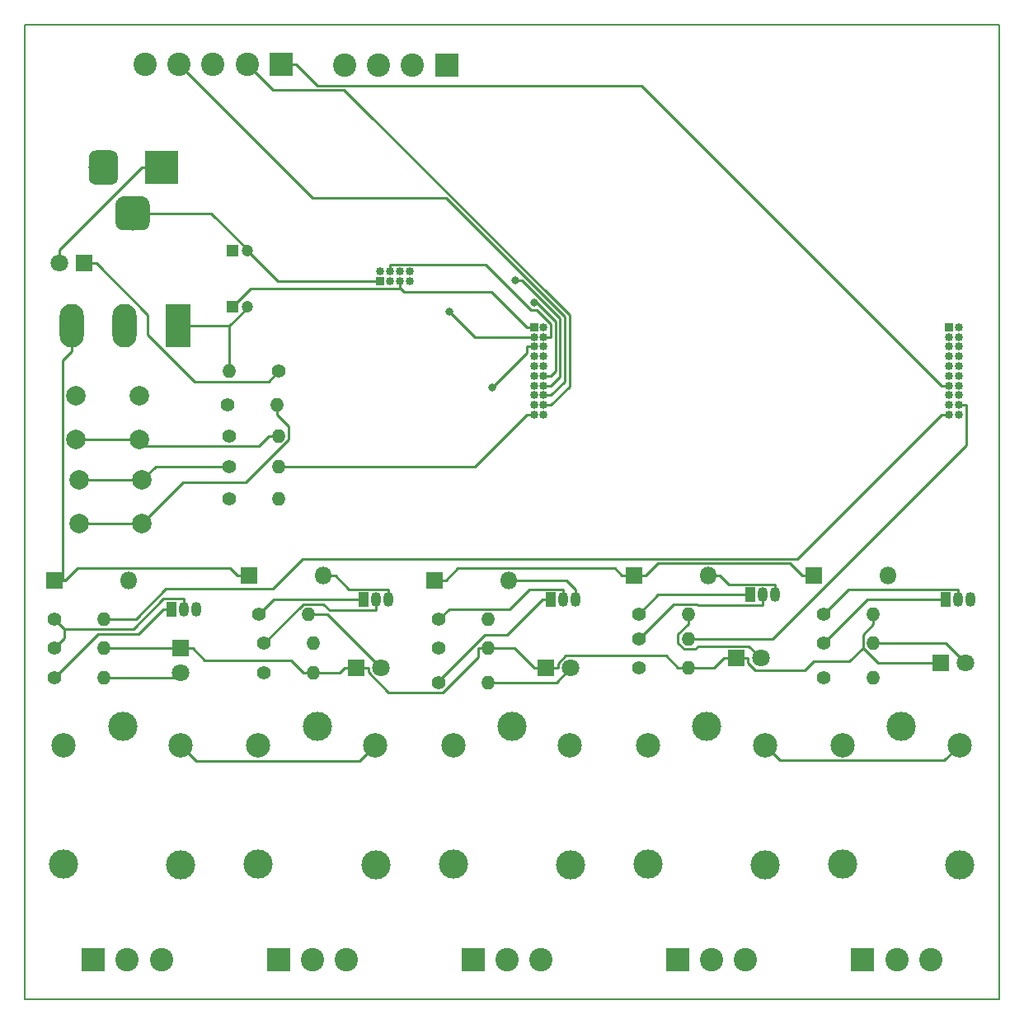
<source format=gbr>
G04 #@! TF.GenerationSoftware,KiCad,Pcbnew,5.0.2-bee76a0~70~ubuntu18.04.1*
G04 #@! TF.CreationDate,2019-05-18T20:43:57+03:00*
G04 #@! TF.ProjectId,IOT_Board,494f545f-426f-4617-9264-2e6b69636164,rev?*
G04 #@! TF.SameCoordinates,Original*
G04 #@! TF.FileFunction,Copper,L2,Bot*
G04 #@! TF.FilePolarity,Positive*
%FSLAX46Y46*%
G04 Gerber Fmt 4.6, Leading zero omitted, Abs format (unit mm)*
G04 Created by KiCad (PCBNEW 5.0.2-bee76a0~70~ubuntu18.04.1) date Sat 18 May 2019 08:43:57 PM EAT*
%MOMM*%
%LPD*%
G01*
G04 APERTURE LIST*
G04 #@! TA.AperFunction,NonConductor*
%ADD10C,0.150000*%
G04 #@! TD*
G04 #@! TA.AperFunction,ComponentPad*
%ADD11R,1.200000X1.200000*%
G04 #@! TD*
G04 #@! TA.AperFunction,ComponentPad*
%ADD12C,1.200000*%
G04 #@! TD*
G04 #@! TA.AperFunction,ComponentPad*
%ADD13R,1.800000X1.800000*%
G04 #@! TD*
G04 #@! TA.AperFunction,ComponentPad*
%ADD14O,1.800000X1.800000*%
G04 #@! TD*
G04 #@! TA.AperFunction,ComponentPad*
%ADD15C,1.800000*%
G04 #@! TD*
G04 #@! TA.AperFunction,ComponentPad*
%ADD16R,3.500000X3.500000*%
G04 #@! TD*
G04 #@! TA.AperFunction,Conductor*
%ADD17C,0.100000*%
G04 #@! TD*
G04 #@! TA.AperFunction,ComponentPad*
%ADD18C,3.000000*%
G04 #@! TD*
G04 #@! TA.AperFunction,ComponentPad*
%ADD19C,3.500000*%
G04 #@! TD*
G04 #@! TA.AperFunction,ComponentPad*
%ADD20C,2.400000*%
G04 #@! TD*
G04 #@! TA.AperFunction,ComponentPad*
%ADD21R,2.400000X2.400000*%
G04 #@! TD*
G04 #@! TA.AperFunction,ComponentPad*
%ADD22R,0.850000X0.850000*%
G04 #@! TD*
G04 #@! TA.AperFunction,ComponentPad*
%ADD23O,0.850000X0.850000*%
G04 #@! TD*
G04 #@! TA.AperFunction,ComponentPad*
%ADD24O,1.050000X1.500000*%
G04 #@! TD*
G04 #@! TA.AperFunction,ComponentPad*
%ADD25R,1.050000X1.500000*%
G04 #@! TD*
G04 #@! TA.AperFunction,ComponentPad*
%ADD26O,1.400000X1.400000*%
G04 #@! TD*
G04 #@! TA.AperFunction,ComponentPad*
%ADD27C,1.400000*%
G04 #@! TD*
G04 #@! TA.AperFunction,ComponentPad*
%ADD28R,2.500000X4.500000*%
G04 #@! TD*
G04 #@! TA.AperFunction,ComponentPad*
%ADD29O,2.500000X4.500000*%
G04 #@! TD*
G04 #@! TA.AperFunction,ComponentPad*
%ADD30C,2.500000*%
G04 #@! TD*
G04 #@! TA.AperFunction,ComponentPad*
%ADD31C,2.000000*%
G04 #@! TD*
G04 #@! TA.AperFunction,ViaPad*
%ADD32C,0.800000*%
G04 #@! TD*
G04 #@! TA.AperFunction,Conductor*
%ADD33C,0.250000*%
G04 #@! TD*
G04 APERTURE END LIST*
D10*
X70000000Y-50000000D02*
X70000000Y-150000000D01*
X170000000Y-50000000D02*
X70000000Y-50000000D01*
X170000000Y-150000000D02*
X170000000Y-50000000D01*
X70000000Y-150000000D02*
X170000000Y-150000000D01*
D11*
G04 #@! TO.P,Cin1,1*
G04 #@! TO.N,/vcc5v*
X91290000Y-73170000D03*
D12*
G04 #@! TO.P,Cin1,2*
G04 #@! TO.N,GND*
X92790000Y-73170000D03*
G04 #@! TD*
G04 #@! TO.P,Cout1,2*
G04 #@! TO.N,GND*
X92790000Y-78930000D03*
D11*
G04 #@! TO.P,Cout1,1*
G04 #@! TO.N,/vcc3v3*
X91290000Y-78930000D03*
G04 #@! TD*
D13*
G04 #@! TO.P,D1,1*
G04 #@! TO.N,/vcc5v*
X73000000Y-107000000D03*
D14*
G04 #@! TO.P,D1,2*
G04 #@! TO.N,Net-(D1-Pad2)*
X80620000Y-107000000D03*
G04 #@! TD*
D13*
G04 #@! TO.P,D2,1*
G04 #@! TO.N,GND*
X86000000Y-114000000D03*
D15*
G04 #@! TO.P,D2,2*
G04 #@! TO.N,Net-(D2-Pad2)*
X86000000Y-116540000D03*
G04 #@! TD*
D13*
G04 #@! TO.P,D3,1*
G04 #@! TO.N,/vcc5v*
X93000000Y-106500000D03*
D14*
G04 #@! TO.P,D3,2*
G04 #@! TO.N,Net-(D3-Pad2)*
X100620000Y-106500000D03*
G04 #@! TD*
D15*
G04 #@! TO.P,D4,2*
G04 #@! TO.N,Net-(D4-Pad2)*
X106540000Y-116000000D03*
D13*
G04 #@! TO.P,D4,1*
G04 #@! TO.N,GND*
X104000000Y-116000000D03*
G04 #@! TD*
D15*
G04 #@! TO.P,D5,2*
G04 #@! TO.N,/vcc5v*
X73520000Y-74470000D03*
D13*
G04 #@! TO.P,D5,1*
G04 #@! TO.N,Net-(D5-Pad1)*
X76060000Y-74470000D03*
G04 #@! TD*
D14*
G04 #@! TO.P,D6,2*
G04 #@! TO.N,Net-(D6-Pad2)*
X119620000Y-107000000D03*
D13*
G04 #@! TO.P,D6,1*
G04 #@! TO.N,/vcc5v*
X112000000Y-107000000D03*
G04 #@! TD*
G04 #@! TO.P,D7,1*
G04 #@! TO.N,GND*
X123500000Y-116000000D03*
D15*
G04 #@! TO.P,D7,2*
G04 #@! TO.N,Net-(D7-Pad2)*
X126040000Y-116000000D03*
G04 #@! TD*
D14*
G04 #@! TO.P,D8,2*
G04 #@! TO.N,Net-(D8-Pad2)*
X140120000Y-106500000D03*
D13*
G04 #@! TO.P,D8,1*
G04 #@! TO.N,/vcc5v*
X132500000Y-106500000D03*
G04 #@! TD*
G04 #@! TO.P,D9,1*
G04 #@! TO.N,GND*
X143000000Y-115000000D03*
D15*
G04 #@! TO.P,D9,2*
G04 #@! TO.N,Net-(D9-Pad2)*
X145540000Y-115000000D03*
G04 #@! TD*
D13*
G04 #@! TO.P,D10,1*
G04 #@! TO.N,/vcc5v*
X151000000Y-106500000D03*
D14*
G04 #@! TO.P,D10,2*
G04 #@! TO.N,Net-(D10-Pad2)*
X158620000Y-106500000D03*
G04 #@! TD*
D15*
G04 #@! TO.P,D11,2*
G04 #@! TO.N,Net-(D11-Pad2)*
X166540000Y-115500000D03*
D13*
G04 #@! TO.P,D11,1*
G04 #@! TO.N,GND*
X164000000Y-115500000D03*
G04 #@! TD*
D16*
G04 #@! TO.P,DCjack1,1*
G04 #@! TO.N,/vcc5v*
X84040000Y-64620000D03*
D17*
G04 #@! TD*
G04 #@! TO.N,GND*
G04 #@! TO.C,DCjack1*
G36*
X78863513Y-62873611D02*
X78936318Y-62884411D01*
X79007714Y-62902295D01*
X79077013Y-62927090D01*
X79143548Y-62958559D01*
X79206678Y-62996398D01*
X79265795Y-63040242D01*
X79320330Y-63089670D01*
X79369758Y-63144205D01*
X79413602Y-63203322D01*
X79451441Y-63266452D01*
X79482910Y-63332987D01*
X79507705Y-63402286D01*
X79525589Y-63473682D01*
X79536389Y-63546487D01*
X79540000Y-63620000D01*
X79540000Y-65620000D01*
X79536389Y-65693513D01*
X79525589Y-65766318D01*
X79507705Y-65837714D01*
X79482910Y-65907013D01*
X79451441Y-65973548D01*
X79413602Y-66036678D01*
X79369758Y-66095795D01*
X79320330Y-66150330D01*
X79265795Y-66199758D01*
X79206678Y-66243602D01*
X79143548Y-66281441D01*
X79077013Y-66312910D01*
X79007714Y-66337705D01*
X78936318Y-66355589D01*
X78863513Y-66366389D01*
X78790000Y-66370000D01*
X77290000Y-66370000D01*
X77216487Y-66366389D01*
X77143682Y-66355589D01*
X77072286Y-66337705D01*
X77002987Y-66312910D01*
X76936452Y-66281441D01*
X76873322Y-66243602D01*
X76814205Y-66199758D01*
X76759670Y-66150330D01*
X76710242Y-66095795D01*
X76666398Y-66036678D01*
X76628559Y-65973548D01*
X76597090Y-65907013D01*
X76572295Y-65837714D01*
X76554411Y-65766318D01*
X76543611Y-65693513D01*
X76540000Y-65620000D01*
X76540000Y-63620000D01*
X76543611Y-63546487D01*
X76554411Y-63473682D01*
X76572295Y-63402286D01*
X76597090Y-63332987D01*
X76628559Y-63266452D01*
X76666398Y-63203322D01*
X76710242Y-63144205D01*
X76759670Y-63089670D01*
X76814205Y-63040242D01*
X76873322Y-62996398D01*
X76936452Y-62958559D01*
X77002987Y-62927090D01*
X77072286Y-62902295D01*
X77143682Y-62884411D01*
X77216487Y-62873611D01*
X77290000Y-62870000D01*
X78790000Y-62870000D01*
X78863513Y-62873611D01*
X78863513Y-62873611D01*
G37*
D18*
G04 #@! TO.P,DCjack1,2*
G04 #@! TO.N,GND*
X78040000Y-64620000D03*
D17*
G04 #@! TD*
G04 #@! TO.N,GND*
G04 #@! TO.C,DCjack1*
G36*
X82000765Y-67574213D02*
X82085704Y-67586813D01*
X82168999Y-67607677D01*
X82249848Y-67636605D01*
X82327472Y-67673319D01*
X82401124Y-67717464D01*
X82470094Y-67768616D01*
X82533718Y-67826282D01*
X82591384Y-67889906D01*
X82642536Y-67958876D01*
X82686681Y-68032528D01*
X82723395Y-68110152D01*
X82752323Y-68191001D01*
X82773187Y-68274296D01*
X82785787Y-68359235D01*
X82790000Y-68445000D01*
X82790000Y-70195000D01*
X82785787Y-70280765D01*
X82773187Y-70365704D01*
X82752323Y-70448999D01*
X82723395Y-70529848D01*
X82686681Y-70607472D01*
X82642536Y-70681124D01*
X82591384Y-70750094D01*
X82533718Y-70813718D01*
X82470094Y-70871384D01*
X82401124Y-70922536D01*
X82327472Y-70966681D01*
X82249848Y-71003395D01*
X82168999Y-71032323D01*
X82085704Y-71053187D01*
X82000765Y-71065787D01*
X81915000Y-71070000D01*
X80165000Y-71070000D01*
X80079235Y-71065787D01*
X79994296Y-71053187D01*
X79911001Y-71032323D01*
X79830152Y-71003395D01*
X79752528Y-70966681D01*
X79678876Y-70922536D01*
X79609906Y-70871384D01*
X79546282Y-70813718D01*
X79488616Y-70750094D01*
X79437464Y-70681124D01*
X79393319Y-70607472D01*
X79356605Y-70529848D01*
X79327677Y-70448999D01*
X79306813Y-70365704D01*
X79294213Y-70280765D01*
X79290000Y-70195000D01*
X79290000Y-68445000D01*
X79294213Y-68359235D01*
X79306813Y-68274296D01*
X79327677Y-68191001D01*
X79356605Y-68110152D01*
X79393319Y-68032528D01*
X79437464Y-67958876D01*
X79488616Y-67889906D01*
X79546282Y-67826282D01*
X79609906Y-67768616D01*
X79678876Y-67717464D01*
X79752528Y-67673319D01*
X79830152Y-67636605D01*
X79911001Y-67607677D01*
X79994296Y-67586813D01*
X80079235Y-67574213D01*
X80165000Y-67570000D01*
X81915000Y-67570000D01*
X82000765Y-67574213D01*
X82000765Y-67574213D01*
G37*
D19*
G04 #@! TO.P,DCjack1,3*
G04 #@! TO.N,GND*
X81040000Y-69320000D03*
G04 #@! TD*
D20*
G04 #@! TO.P,J1,3*
G04 #@! TO.N,Net-(J1-Pad3)*
X84000000Y-146000000D03*
G04 #@! TO.P,J1,2*
G04 #@! TO.N,Net-(J1-Pad2)*
X80500000Y-146000000D03*
D21*
G04 #@! TO.P,J1,1*
G04 #@! TO.N,Net-(J1-Pad1)*
X77000000Y-146000000D03*
G04 #@! TD*
G04 #@! TO.P,J2,1*
G04 #@! TO.N,Net-(J2-Pad1)*
X96000000Y-146000000D03*
D20*
G04 #@! TO.P,J2,2*
G04 #@! TO.N,Net-(J2-Pad2)*
X99500000Y-146000000D03*
G04 #@! TO.P,J2,3*
G04 #@! TO.N,Net-(J2-Pad3)*
X103000000Y-146000000D03*
G04 #@! TD*
D22*
G04 #@! TO.P,J3,1*
G04 #@! TO.N,/vcc3v3*
X122254000Y-81020700D03*
D23*
G04 #@! TO.P,J3,2*
G04 #@! TO.N,/s2*
X123254000Y-81020700D03*
G04 #@! TO.P,J3,3*
G04 #@! TO.N,/tx*
X122254000Y-82020700D03*
G04 #@! TO.P,J3,4*
G04 #@! TO.N,/rx*
X123254000Y-82020700D03*
G04 #@! TO.P,J3,5*
G04 #@! TO.N,/s3*
X122254000Y-83020700D03*
G04 #@! TO.P,J3,6*
G04 #@! TO.N,/s4*
X123254000Y-83020700D03*
G04 #@! TO.P,J3,7*
G04 #@! TO.N,/an10*
X122254000Y-84020700D03*
G04 #@! TO.P,J3,8*
G04 #@! TO.N,Net-(J3-Pad8)*
X123254000Y-84020700D03*
G04 #@! TO.P,J3,9*
G04 #@! TO.N,Net-(J3-Pad9)*
X122254000Y-85020700D03*
G04 #@! TO.P,J3,10*
G04 #@! TO.N,Net-(J3-Pad10)*
X123254000Y-85020700D03*
G04 #@! TO.P,J3,11*
G04 #@! TO.N,Net-(J3-Pad11)*
X122254000Y-86020700D03*
G04 #@! TO.P,J3,12*
G04 #@! TO.N,/an0*
X123254000Y-86020700D03*
G04 #@! TO.P,J3,13*
G04 #@! TO.N,/an1*
X122254000Y-87020700D03*
G04 #@! TO.P,J3,14*
G04 #@! TO.N,/an2*
X123254000Y-87020700D03*
G04 #@! TO.P,J3,15*
G04 #@! TO.N,/ch4*
X122254000Y-88020700D03*
G04 #@! TO.P,J3,16*
G04 #@! TO.N,/ch3*
X123254000Y-88020700D03*
G04 #@! TO.P,J3,17*
G04 #@! TO.N,/ch2*
X122254000Y-89020700D03*
G04 #@! TO.P,J3,18*
G04 #@! TO.N,/ch1*
X123254000Y-89020700D03*
G04 #@! TO.P,J3,19*
G04 #@! TO.N,GND*
X122254000Y-90020700D03*
G04 #@! TO.P,J3,20*
G04 #@! TO.N,/vcc5v*
X123254000Y-90020700D03*
G04 #@! TD*
G04 #@! TO.P,J4,20*
G04 #@! TO.N,GND*
X165864000Y-90020700D03*
G04 #@! TO.P,J4,19*
G04 #@! TO.N,/s0*
X164864000Y-90020700D03*
G04 #@! TO.P,J4,18*
G04 #@! TO.N,/s1*
X165864000Y-89020700D03*
G04 #@! TO.P,J4,17*
G04 #@! TO.N,Net-(J4-Pad17)*
X164864000Y-89020700D03*
G04 #@! TO.P,J4,16*
G04 #@! TO.N,Net-(J4-Pad16)*
X165864000Y-88020700D03*
G04 #@! TO.P,J4,15*
G04 #@! TO.N,Net-(J4-Pad15)*
X164864000Y-88020700D03*
G04 #@! TO.P,J4,14*
G04 #@! TO.N,Net-(J4-Pad14)*
X165864000Y-87020700D03*
G04 #@! TO.P,J4,13*
G04 #@! TO.N,/ch0*
X164864000Y-87020700D03*
G04 #@! TO.P,J4,12*
G04 #@! TO.N,Net-(J4-Pad12)*
X165864000Y-86020700D03*
G04 #@! TO.P,J4,11*
G04 #@! TO.N,Net-(J4-Pad11)*
X164864000Y-86020700D03*
G04 #@! TO.P,J4,10*
G04 #@! TO.N,Net-(J4-Pad10)*
X165864000Y-85020700D03*
G04 #@! TO.P,J4,9*
G04 #@! TO.N,Net-(J4-Pad9)*
X164864000Y-85020700D03*
G04 #@! TO.P,J4,8*
G04 #@! TO.N,/s0*
X165864000Y-84020700D03*
G04 #@! TO.P,J4,7*
G04 #@! TO.N,Net-(J4-Pad7)*
X164864000Y-84020700D03*
G04 #@! TO.P,J4,6*
G04 #@! TO.N,Net-(J4-Pad6)*
X165864000Y-83020700D03*
G04 #@! TO.P,J4,5*
G04 #@! TO.N,Net-(J4-Pad5)*
X164864000Y-83020700D03*
G04 #@! TO.P,J4,4*
G04 #@! TO.N,Net-(J4-Pad4)*
X165864000Y-82020700D03*
G04 #@! TO.P,J4,3*
G04 #@! TO.N,Net-(J4-Pad3)*
X164864000Y-82020700D03*
G04 #@! TO.P,J4,2*
G04 #@! TO.N,Net-(J4-Pad2)*
X165864000Y-81020700D03*
D22*
G04 #@! TO.P,J4,1*
G04 #@! TO.N,Net-(J4-Pad1)*
X164864000Y-81020700D03*
G04 #@! TD*
D20*
G04 #@! TO.P,J5,3*
G04 #@! TO.N,Net-(J5-Pad3)*
X123000000Y-146000000D03*
G04 #@! TO.P,J5,2*
G04 #@! TO.N,Net-(J5-Pad2)*
X119500000Y-146000000D03*
D21*
G04 #@! TO.P,J5,1*
G04 #@! TO.N,Net-(J5-Pad1)*
X116000000Y-146000000D03*
G04 #@! TD*
G04 #@! TO.P,J6,1*
G04 #@! TO.N,Net-(J6-Pad1)*
X137000000Y-146000000D03*
D20*
G04 #@! TO.P,J6,2*
G04 #@! TO.N,Net-(J6-Pad2)*
X140500000Y-146000000D03*
G04 #@! TO.P,J6,3*
G04 #@! TO.N,Net-(J6-Pad3)*
X144000000Y-146000000D03*
G04 #@! TD*
D21*
G04 #@! TO.P,J7,1*
G04 #@! TO.N,/ch0*
X96300000Y-54040000D03*
D20*
G04 #@! TO.P,J7,2*
G04 #@! TO.N,/ch1*
X92800000Y-54040000D03*
G04 #@! TO.P,J7,3*
G04 #@! TO.N,/ch2*
X89300000Y-54040000D03*
G04 #@! TO.P,J7,4*
G04 #@! TO.N,/ch3*
X85800000Y-54040000D03*
G04 #@! TO.P,J7,5*
G04 #@! TO.N,/ch4*
X82300000Y-54040000D03*
G04 #@! TD*
D21*
G04 #@! TO.P,J8,1*
G04 #@! TO.N,Net-(J8-Pad1)*
X156000000Y-146000000D03*
D20*
G04 #@! TO.P,J8,2*
G04 #@! TO.N,Net-(J8-Pad2)*
X159500000Y-146000000D03*
G04 #@! TO.P,J8,3*
G04 #@! TO.N,Net-(J8-Pad3)*
X163000000Y-146000000D03*
G04 #@! TD*
D21*
G04 #@! TO.P,J9,1*
G04 #@! TO.N,/an0*
X113280000Y-54140000D03*
D20*
G04 #@! TO.P,J9,2*
G04 #@! TO.N,/an1*
X109780000Y-54140000D03*
G04 #@! TO.P,J9,3*
G04 #@! TO.N,/an2*
X106280000Y-54140000D03*
G04 #@! TO.P,J9,4*
G04 #@! TO.N,/an10*
X102780000Y-54140000D03*
G04 #@! TD*
D22*
G04 #@! TO.P,J10,1*
G04 #@! TO.N,GND*
X106490000Y-76320000D03*
D23*
G04 #@! TO.P,J10,2*
G04 #@! TO.N,Net-(J10-Pad2)*
X106490000Y-75320000D03*
G04 #@! TO.P,J10,3*
G04 #@! TO.N,/io0*
X107490000Y-76320000D03*
G04 #@! TO.P,J10,4*
G04 #@! TO.N,/rx*
X107490000Y-75320000D03*
G04 #@! TO.P,J10,5*
G04 #@! TO.N,/vcc3v3*
X108490000Y-76320000D03*
G04 #@! TO.P,J10,6*
G04 #@! TO.N,/rs*
X108490000Y-75320000D03*
G04 #@! TO.P,J10,7*
G04 #@! TO.N,/en*
X109490000Y-76320000D03*
G04 #@! TO.P,J10,8*
G04 #@! TO.N,/tx*
X109490000Y-75320000D03*
G04 #@! TD*
D24*
G04 #@! TO.P,Q1,2*
G04 #@! TO.N,Net-(Q1-Pad2)*
X86270000Y-110000000D03*
G04 #@! TO.P,Q1,3*
G04 #@! TO.N,Net-(D1-Pad2)*
X87540000Y-110000000D03*
D25*
G04 #@! TO.P,Q1,1*
G04 #@! TO.N,Net-(Q1-Pad1)*
X85000000Y-110000000D03*
G04 #@! TD*
D24*
G04 #@! TO.P,Q2,2*
G04 #@! TO.N,Net-(Q2-Pad2)*
X106000000Y-109000000D03*
G04 #@! TO.P,Q2,3*
G04 #@! TO.N,Net-(D3-Pad2)*
X107270000Y-109000000D03*
D25*
G04 #@! TO.P,Q2,1*
G04 #@! TO.N,Net-(Q2-Pad1)*
X104730000Y-109000000D03*
G04 #@! TD*
G04 #@! TO.P,Q3,1*
G04 #@! TO.N,Net-(Q3-Pad1)*
X124000000Y-109000000D03*
D24*
G04 #@! TO.P,Q3,3*
G04 #@! TO.N,Net-(D6-Pad2)*
X126540000Y-109000000D03*
G04 #@! TO.P,Q3,2*
G04 #@! TO.N,Net-(Q3-Pad2)*
X125270000Y-109000000D03*
G04 #@! TD*
D25*
G04 #@! TO.P,Q4,1*
G04 #@! TO.N,Net-(Q4-Pad1)*
X144500000Y-108500000D03*
D24*
G04 #@! TO.P,Q4,3*
G04 #@! TO.N,Net-(D8-Pad2)*
X147040000Y-108500000D03*
G04 #@! TO.P,Q4,2*
G04 #@! TO.N,Net-(Q4-Pad2)*
X145770000Y-108500000D03*
G04 #@! TD*
G04 #@! TO.P,Q5,2*
G04 #@! TO.N,Net-(Q5-Pad2)*
X165770000Y-109000000D03*
G04 #@! TO.P,Q5,3*
G04 #@! TO.N,Net-(D10-Pad2)*
X167040000Y-109000000D03*
D25*
G04 #@! TO.P,Q5,1*
G04 #@! TO.N,Net-(Q5-Pad1)*
X164500000Y-109000000D03*
G04 #@! TD*
D26*
G04 #@! TO.P,R1,2*
G04 #@! TO.N,/s0*
X78080000Y-111000000D03*
D27*
G04 #@! TO.P,R1,1*
G04 #@! TO.N,Net-(Q1-Pad2)*
X73000000Y-111000000D03*
G04 #@! TD*
G04 #@! TO.P,R2,1*
G04 #@! TO.N,Net-(Q1-Pad2)*
X73000000Y-114000000D03*
D26*
G04 #@! TO.P,R2,2*
G04 #@! TO.N,GND*
X78080000Y-114000000D03*
G04 #@! TD*
G04 #@! TO.P,R3,2*
G04 #@! TO.N,/s3*
X99580000Y-113500000D03*
D27*
G04 #@! TO.P,R3,1*
G04 #@! TO.N,Net-(Q2-Pad2)*
X94500000Y-113500000D03*
G04 #@! TD*
G04 #@! TO.P,R4,1*
G04 #@! TO.N,Net-(Q2-Pad2)*
X94500000Y-116500000D03*
D26*
G04 #@! TO.P,R4,2*
G04 #@! TO.N,GND*
X99580000Y-116500000D03*
G04 #@! TD*
G04 #@! TO.P,R5,2*
G04 #@! TO.N,Net-(D2-Pad2)*
X78080000Y-117000000D03*
D27*
G04 #@! TO.P,R5,1*
G04 #@! TO.N,Net-(Q1-Pad1)*
X73000000Y-117000000D03*
G04 #@! TD*
D26*
G04 #@! TO.P,R6,2*
G04 #@! TO.N,Net-(D4-Pad2)*
X99080000Y-110500000D03*
D27*
G04 #@! TO.P,R6,1*
G04 #@! TO.N,Net-(Q2-Pad1)*
X94000000Y-110500000D03*
G04 #@! TD*
G04 #@! TO.P,R7,1*
G04 #@! TO.N,Net-(D5-Pad1)*
X96060000Y-85560000D03*
D26*
G04 #@! TO.P,R7,2*
G04 #@! TO.N,GND*
X90980000Y-85560000D03*
G04 #@! TD*
D27*
G04 #@! TO.P,R8,1*
G04 #@! TO.N,Net-(Q3-Pad2)*
X112500000Y-111000000D03*
D26*
G04 #@! TO.P,R8,2*
G04 #@! TO.N,/s4*
X117580000Y-111000000D03*
G04 #@! TD*
D27*
G04 #@! TO.P,R9,1*
G04 #@! TO.N,Net-(Q3-Pad2)*
X112500000Y-114000000D03*
D26*
G04 #@! TO.P,R9,2*
G04 #@! TO.N,GND*
X117580000Y-114000000D03*
G04 #@! TD*
G04 #@! TO.P,R10,2*
G04 #@! TO.N,/s1*
X138080000Y-113000000D03*
D27*
G04 #@! TO.P,R10,1*
G04 #@! TO.N,Net-(Q4-Pad2)*
X133000000Y-113000000D03*
G04 #@! TD*
G04 #@! TO.P,R11,1*
G04 #@! TO.N,Net-(Q4-Pad2)*
X133000000Y-116000000D03*
D26*
G04 #@! TO.P,R11,2*
G04 #@! TO.N,GND*
X138080000Y-116000000D03*
G04 #@! TD*
G04 #@! TO.P,R12,2*
G04 #@! TO.N,Net-(D7-Pad2)*
X117580000Y-117500000D03*
D27*
G04 #@! TO.P,R12,1*
G04 #@! TO.N,Net-(Q3-Pad1)*
X112500000Y-117500000D03*
G04 #@! TD*
D26*
G04 #@! TO.P,R13,2*
G04 #@! TO.N,Net-(D9-Pad2)*
X138080000Y-110500000D03*
D27*
G04 #@! TO.P,R13,1*
G04 #@! TO.N,Net-(Q4-Pad1)*
X133000000Y-110500000D03*
G04 #@! TD*
G04 #@! TO.P,R14,1*
G04 #@! TO.N,Net-(Q5-Pad2)*
X152000000Y-117000000D03*
D26*
G04 #@! TO.P,R14,2*
G04 #@! TO.N,/s2*
X157080000Y-117000000D03*
G04 #@! TD*
G04 #@! TO.P,R15,2*
G04 #@! TO.N,GND*
X157080000Y-110500000D03*
D27*
G04 #@! TO.P,R15,1*
G04 #@! TO.N,Net-(Q5-Pad2)*
X152000000Y-110500000D03*
G04 #@! TD*
G04 #@! TO.P,R16,1*
G04 #@! TO.N,Net-(Q5-Pad1)*
X152000000Y-113500000D03*
D26*
G04 #@! TO.P,R16,2*
G04 #@! TO.N,Net-(D11-Pad2)*
X157080000Y-113500000D03*
G04 #@! TD*
G04 #@! TO.P,R17,2*
G04 #@! TO.N,/io0*
X95910000Y-89020000D03*
D27*
G04 #@! TO.P,R17,1*
G04 #@! TO.N,/vcc3v3*
X90830000Y-89020000D03*
G04 #@! TD*
G04 #@! TO.P,R18,1*
G04 #@! TO.N,Net-(R18-Pad1)*
X90960000Y-95340000D03*
D26*
G04 #@! TO.P,R18,2*
G04 #@! TO.N,GND*
X96040000Y-95340000D03*
G04 #@! TD*
D27*
G04 #@! TO.P,R19,1*
G04 #@! TO.N,/vcc3v3*
X90960000Y-92180000D03*
D26*
G04 #@! TO.P,R19,2*
G04 #@! TO.N,/rs*
X96040000Y-92180000D03*
G04 #@! TD*
G04 #@! TO.P,R20,2*
G04 #@! TO.N,/en*
X96040000Y-98630000D03*
D27*
G04 #@! TO.P,R20,1*
G04 #@! TO.N,/vcc3v3*
X90960000Y-98630000D03*
G04 #@! TD*
D28*
G04 #@! TO.P,reg1,1*
G04 #@! TO.N,GND*
X85680000Y-80890000D03*
D29*
G04 #@! TO.P,reg1,2*
G04 #@! TO.N,/vcc3v3*
X80230000Y-80890000D03*
G04 #@! TO.P,reg1,3*
G04 #@! TO.N,/vcc5v*
X74780000Y-80890000D03*
G04 #@! TD*
D30*
G04 #@! TO.P,relay1,2*
G04 #@! TO.N,Net-(D1-Pad2)*
X73950000Y-123950000D03*
D18*
G04 #@! TO.P,relay1,3*
G04 #@! TO.N,Net-(J1-Pad1)*
X73950000Y-136150000D03*
G04 #@! TO.P,relay1,4*
G04 #@! TO.N,Net-(J1-Pad3)*
X86000000Y-136200000D03*
D30*
G04 #@! TO.P,relay1,5*
G04 #@! TO.N,/vcc5v*
X85950000Y-123950000D03*
D18*
G04 #@! TO.P,relay1,1*
G04 #@! TO.N,Net-(J1-Pad2)*
X80000000Y-122000000D03*
G04 #@! TD*
G04 #@! TO.P,relay2,1*
G04 #@! TO.N,Net-(J2-Pad2)*
X100000000Y-122000000D03*
D30*
G04 #@! TO.P,relay2,5*
G04 #@! TO.N,/vcc5v*
X105950000Y-123950000D03*
D18*
G04 #@! TO.P,relay2,4*
G04 #@! TO.N,Net-(J2-Pad3)*
X106000000Y-136200000D03*
G04 #@! TO.P,relay2,3*
G04 #@! TO.N,Net-(J2-Pad1)*
X93950000Y-136150000D03*
D30*
G04 #@! TO.P,relay2,2*
G04 #@! TO.N,Net-(D3-Pad2)*
X93950000Y-123950000D03*
G04 #@! TD*
D18*
G04 #@! TO.P,relay3,1*
G04 #@! TO.N,Net-(J5-Pad2)*
X120000000Y-122000000D03*
D30*
G04 #@! TO.P,relay3,5*
G04 #@! TO.N,/vcc5v*
X125950000Y-123950000D03*
D18*
G04 #@! TO.P,relay3,4*
G04 #@! TO.N,Net-(J5-Pad3)*
X126000000Y-136200000D03*
G04 #@! TO.P,relay3,3*
G04 #@! TO.N,Net-(J5-Pad1)*
X113950000Y-136150000D03*
D30*
G04 #@! TO.P,relay3,2*
G04 #@! TO.N,Net-(D6-Pad2)*
X113950000Y-123950000D03*
G04 #@! TD*
G04 #@! TO.P,relay4,2*
G04 #@! TO.N,Net-(D8-Pad2)*
X133950000Y-123950000D03*
D18*
G04 #@! TO.P,relay4,3*
G04 #@! TO.N,Net-(J6-Pad1)*
X133950000Y-136150000D03*
G04 #@! TO.P,relay4,4*
G04 #@! TO.N,Net-(J6-Pad3)*
X146000000Y-136200000D03*
D30*
G04 #@! TO.P,relay4,5*
G04 #@! TO.N,/vcc5v*
X145950000Y-123950000D03*
D18*
G04 #@! TO.P,relay4,1*
G04 #@! TO.N,Net-(J6-Pad2)*
X140000000Y-122000000D03*
G04 #@! TD*
D30*
G04 #@! TO.P,relay5,2*
G04 #@! TO.N,Net-(D10-Pad2)*
X153950000Y-123950000D03*
D18*
G04 #@! TO.P,relay5,3*
G04 #@! TO.N,Net-(J8-Pad1)*
X153950000Y-136150000D03*
G04 #@! TO.P,relay5,4*
G04 #@! TO.N,Net-(J8-Pad3)*
X166000000Y-136200000D03*
D30*
G04 #@! TO.P,relay5,5*
G04 #@! TO.N,/vcc5v*
X165950000Y-123950000D03*
D18*
G04 #@! TO.P,relay5,1*
G04 #@! TO.N,Net-(J8-Pad2)*
X160000000Y-122000000D03*
G04 #@! TD*
D31*
G04 #@! TO.P,SW1,1*
G04 #@! TO.N,Net-(R18-Pad1)*
X82020000Y-96720000D03*
G04 #@! TO.P,SW1,2*
G04 #@! TO.N,/io0*
X82020000Y-101220000D03*
G04 #@! TO.P,SW1,1*
G04 #@! TO.N,Net-(R18-Pad1)*
X75520000Y-96720000D03*
G04 #@! TO.P,SW1,2*
G04 #@! TO.N,/io0*
X75520000Y-101220000D03*
G04 #@! TD*
G04 #@! TO.P,SW2,2*
G04 #@! TO.N,/rs*
X75190000Y-92560000D03*
G04 #@! TO.P,SW2,1*
G04 #@! TO.N,GND*
X75190000Y-88060000D03*
G04 #@! TO.P,SW2,2*
G04 #@! TO.N,/rs*
X81690000Y-92560000D03*
G04 #@! TO.P,SW2,1*
G04 #@! TO.N,GND*
X81690000Y-88060000D03*
G04 #@! TD*
D32*
G04 #@! TO.N,/s3*
X117952400Y-87248400D03*
G04 #@! TO.N,/an0*
X122322200Y-78512300D03*
G04 #@! TO.N,/an2*
X120348700Y-76205600D03*
G04 #@! TO.N,/tx*
X113592300Y-79385800D03*
G04 #@! TD*
D33*
G04 #@! TO.N,/vcc5v*
X74225300Y-106902700D02*
X73937700Y-106902700D01*
X73937700Y-106902700D02*
X73864600Y-106829600D01*
X73864600Y-106829600D02*
X73864600Y-84380700D01*
X73864600Y-84380700D02*
X74780000Y-83465300D01*
X91774700Y-106500000D02*
X91049400Y-105774700D01*
X91049400Y-105774700D02*
X75353300Y-105774700D01*
X75353300Y-105774700D02*
X74225300Y-106902700D01*
X74225300Y-106902700D02*
X74225300Y-107000000D01*
X74780000Y-80890000D02*
X74780000Y-83465300D01*
X105950000Y-123950000D02*
X104352100Y-125547900D01*
X104352100Y-125547900D02*
X87547900Y-125547900D01*
X87547900Y-125547900D02*
X85950000Y-123950000D01*
X73000000Y-107000000D02*
X74225300Y-107000000D01*
X93000000Y-106500000D02*
X91774700Y-106500000D01*
X145950000Y-123950000D02*
X147527500Y-125527500D01*
X147527500Y-125527500D02*
X164372500Y-125527500D01*
X164372500Y-125527500D02*
X165950000Y-123950000D01*
X84040000Y-64620000D02*
X81964700Y-64620000D01*
X73520000Y-74470000D02*
X73520000Y-73064700D01*
X73520000Y-73064700D02*
X81964700Y-64620000D01*
X151000000Y-106500000D02*
X149774700Y-106500000D01*
X132500000Y-106500000D02*
X133725300Y-106500000D01*
X133725300Y-106500000D02*
X134950600Y-105274700D01*
X134950600Y-105274700D02*
X148549400Y-105274700D01*
X148549400Y-105274700D02*
X149774700Y-106500000D01*
X131887400Y-106500000D02*
X132500000Y-106500000D01*
X131887400Y-106500000D02*
X131274700Y-106500000D01*
X112000000Y-107000000D02*
X113225300Y-107000000D01*
X131274700Y-106500000D02*
X130549400Y-105774700D01*
X130549400Y-105774700D02*
X114450600Y-105774700D01*
X114450600Y-105774700D02*
X113225300Y-107000000D01*
G04 #@! TO.N,GND*
X122254000Y-90020700D02*
X121503700Y-90020700D01*
X96040000Y-95340000D02*
X116184400Y-95340000D01*
X116184400Y-95340000D02*
X121503700Y-90020700D01*
X90980000Y-80890000D02*
X90990100Y-80890000D01*
X90990100Y-80890000D02*
X92790000Y-79090100D01*
X92790000Y-79090100D02*
X92790000Y-78930000D01*
X85680000Y-80890000D02*
X90980000Y-80890000D01*
X90980000Y-80890000D02*
X90980000Y-85560000D01*
X92790000Y-73170000D02*
X92790000Y-72980900D01*
X92790000Y-72980900D02*
X89129100Y-69320000D01*
X89129100Y-69320000D02*
X81040000Y-69320000D01*
X106490000Y-76320000D02*
X95940000Y-76320000D01*
X95940000Y-76320000D02*
X92790000Y-73170000D01*
X117580000Y-114000000D02*
X116554700Y-114000000D01*
X116554700Y-114000000D02*
X116554700Y-114897100D01*
X116554700Y-114897100D02*
X112926500Y-118525300D01*
X112926500Y-118525300D02*
X107291100Y-118525300D01*
X107291100Y-118525300D02*
X105225300Y-116459500D01*
X105225300Y-116459500D02*
X105225300Y-116000000D01*
X117580000Y-114000000D02*
X120274700Y-114000000D01*
X120274700Y-114000000D02*
X122274700Y-116000000D01*
X104000000Y-116000000D02*
X105225300Y-116000000D01*
X123500000Y-116000000D02*
X124725300Y-116000000D01*
X138080000Y-116000000D02*
X137054700Y-116000000D01*
X137054700Y-116000000D02*
X135829400Y-114774700D01*
X135829400Y-114774700D02*
X125491000Y-114774700D01*
X125491000Y-114774700D02*
X124725300Y-115540400D01*
X124725300Y-115540400D02*
X124725300Y-116000000D01*
X141774700Y-115000000D02*
X140774700Y-116000000D01*
X140774700Y-116000000D02*
X138080000Y-116000000D01*
X86000000Y-114000000D02*
X87225300Y-114000000D01*
X99580000Y-116500000D02*
X98554700Y-116500000D01*
X98554700Y-116500000D02*
X97280000Y-115225300D01*
X97280000Y-115225300D02*
X88450600Y-115225300D01*
X88450600Y-115225300D02*
X87225300Y-114000000D01*
X102774700Y-116000000D02*
X102274700Y-116500000D01*
X102274700Y-116500000D02*
X99580000Y-116500000D01*
X156026200Y-113946100D02*
X157580100Y-115500000D01*
X157580100Y-115500000D02*
X164000000Y-115500000D01*
X157080000Y-111525300D02*
X156026200Y-112579100D01*
X156026200Y-112579100D02*
X156026200Y-113946100D01*
X156026200Y-113946100D02*
X154638100Y-115334200D01*
X154638100Y-115334200D02*
X150974600Y-115334200D01*
X150974600Y-115334200D02*
X150083500Y-116225300D01*
X150083500Y-116225300D02*
X144991000Y-116225300D01*
X144991000Y-116225300D02*
X144225300Y-115459600D01*
X144225300Y-115459600D02*
X144225300Y-115000000D01*
X143000000Y-115000000D02*
X144225300Y-115000000D01*
X157080000Y-110500000D02*
X157080000Y-111525300D01*
X78080000Y-114000000D02*
X86000000Y-114000000D01*
X104000000Y-116000000D02*
X102774700Y-116000000D01*
X123500000Y-116000000D02*
X122274700Y-116000000D01*
X143000000Y-115000000D02*
X141774700Y-115000000D01*
G04 #@! TO.N,/vcc3v3*
X108490000Y-76957700D02*
X108944100Y-77411800D01*
X108944100Y-77411800D02*
X117894800Y-77411800D01*
X117894800Y-77411800D02*
X121503700Y-81020700D01*
X122254000Y-81020700D02*
X121503700Y-81020700D01*
X108490000Y-76957700D02*
X108377400Y-77070300D01*
X108377400Y-77070300D02*
X93149700Y-77070300D01*
X93149700Y-77070300D02*
X91290000Y-78930000D01*
X108490000Y-76320000D02*
X108490000Y-76957700D01*
G04 #@! TO.N,Net-(D3-Pad2)*
X100620000Y-106500000D02*
X101845300Y-106500000D01*
X107270000Y-109000000D02*
X107270000Y-107924700D01*
X107270000Y-107924700D02*
X103270000Y-107924700D01*
X103270000Y-107924700D02*
X101845300Y-106500000D01*
G04 #@! TO.N,Net-(D4-Pad2)*
X99080000Y-110500000D02*
X101040000Y-110500000D01*
X101040000Y-110500000D02*
X106540000Y-116000000D01*
G04 #@! TO.N,Net-(D6-Pad2)*
X126540000Y-107924700D02*
X125615300Y-107000000D01*
X125615300Y-107000000D02*
X120845300Y-107000000D01*
X119620000Y-107000000D02*
X120845300Y-107000000D01*
X126540000Y-109000000D02*
X126540000Y-107924700D01*
G04 #@! TO.N,Net-(D7-Pad2)*
X117580000Y-117500000D02*
X124540000Y-117500000D01*
X124540000Y-117500000D02*
X126040000Y-116000000D01*
G04 #@! TO.N,Net-(D8-Pad2)*
X140120000Y-106500000D02*
X141345300Y-106500000D01*
X147040000Y-108500000D02*
X147040000Y-107424700D01*
X147040000Y-107424700D02*
X142270000Y-107424700D01*
X142270000Y-107424700D02*
X141345300Y-106500000D01*
G04 #@! TO.N,Net-(D9-Pad2)*
X138080000Y-110500000D02*
X138080000Y-111525300D01*
X138080000Y-111525300D02*
X137041200Y-112564100D01*
X137041200Y-112564100D02*
X137041200Y-113435400D01*
X137041200Y-113435400D02*
X137671000Y-114065200D01*
X137671000Y-114065200D02*
X138814800Y-114065200D01*
X138814800Y-114065200D02*
X139105400Y-113774600D01*
X139105400Y-113774600D02*
X144314600Y-113774600D01*
X144314600Y-113774600D02*
X145540000Y-115000000D01*
G04 #@! TO.N,Net-(D11-Pad2)*
X157080000Y-113500000D02*
X164540000Y-113500000D01*
X164540000Y-113500000D02*
X166540000Y-115500000D01*
G04 #@! TO.N,/s1*
X165864000Y-89020700D02*
X166614300Y-89020700D01*
X138080000Y-113000000D02*
X146774300Y-113000000D01*
X146774300Y-113000000D02*
X166614300Y-93160000D01*
X166614300Y-93160000D02*
X166614300Y-89020700D01*
G04 #@! TO.N,/s3*
X122254000Y-83020700D02*
X121503700Y-83020700D01*
X117952400Y-87248400D02*
X121503700Y-83697100D01*
X121503700Y-83697100D02*
X121503700Y-83020700D01*
G04 #@! TO.N,/an0*
X122322200Y-78512300D02*
X122554100Y-78512300D01*
X122554100Y-78512300D02*
X124489400Y-80447600D01*
X124489400Y-80447600D02*
X124489400Y-85535600D01*
X124489400Y-85535600D02*
X124004300Y-86020700D01*
X123254000Y-86020700D02*
X124004300Y-86020700D01*
G04 #@! TO.N,/an2*
X123254000Y-87020700D02*
X124004300Y-87020700D01*
X120348700Y-76205600D02*
X121041300Y-76205600D01*
X121041300Y-76205600D02*
X124939700Y-80104000D01*
X124939700Y-80104000D02*
X124939700Y-86085300D01*
X124939700Y-86085300D02*
X124004300Y-87020700D01*
G04 #@! TO.N,/ch3*
X85800000Y-54040000D02*
X99485500Y-67725500D01*
X99485500Y-67725500D02*
X113198100Y-67725500D01*
X113198100Y-67725500D02*
X125390000Y-79917400D01*
X125390000Y-79917400D02*
X125390000Y-86635000D01*
X125390000Y-86635000D02*
X124004300Y-88020700D01*
X123254000Y-88020700D02*
X124004300Y-88020700D01*
G04 #@! TO.N,/ch1*
X123254000Y-89020700D02*
X124004300Y-89020700D01*
X92800000Y-54040000D02*
X95414300Y-56654300D01*
X95414300Y-56654300D02*
X102768000Y-56654300D01*
X102768000Y-56654300D02*
X125898300Y-79784600D01*
X125898300Y-79784600D02*
X125898300Y-87126700D01*
X125898300Y-87126700D02*
X124004300Y-89020700D01*
G04 #@! TO.N,/s0*
X164864000Y-90020700D02*
X164113700Y-90020700D01*
X78080000Y-111000000D02*
X81363100Y-111000000D01*
X81363100Y-111000000D02*
X84451000Y-107912100D01*
X84451000Y-107912100D02*
X95424600Y-107912100D01*
X95424600Y-107912100D02*
X98512400Y-104824300D01*
X98512400Y-104824300D02*
X149310100Y-104824300D01*
X149310100Y-104824300D02*
X164113700Y-90020700D01*
G04 #@! TO.N,/ch0*
X164864000Y-87020700D02*
X164113700Y-87020700D01*
X96300000Y-54040000D02*
X97825300Y-54040000D01*
X97825300Y-54040000D02*
X99989200Y-56203900D01*
X99989200Y-56203900D02*
X133296900Y-56203900D01*
X133296900Y-56203900D02*
X164113700Y-87020700D01*
G04 #@! TO.N,/rx*
X107490000Y-74569700D02*
X117277100Y-74569700D01*
X117277100Y-74569700D02*
X121945000Y-79237600D01*
X121945000Y-79237600D02*
X122532100Y-79237600D01*
X122532100Y-79237600D02*
X124004300Y-80709800D01*
X124004300Y-80709800D02*
X124004300Y-82020700D01*
X123254000Y-82020700D02*
X124004300Y-82020700D01*
X107490000Y-75320000D02*
X107490000Y-74569700D01*
G04 #@! TO.N,/tx*
X113592300Y-79385800D02*
X116227200Y-82020700D01*
X116227200Y-82020700D02*
X122254000Y-82020700D01*
G04 #@! TO.N,/io0*
X82020000Y-101220000D02*
X86255000Y-96985000D01*
X86255000Y-96985000D02*
X92685100Y-96985000D01*
X92685100Y-96985000D02*
X97085200Y-92584900D01*
X97085200Y-92584900D02*
X97085200Y-91220500D01*
X97085200Y-91220500D02*
X95910000Y-90045300D01*
X75520000Y-101220000D02*
X82020000Y-101220000D01*
X95910000Y-89020000D02*
X95910000Y-90045300D01*
G04 #@! TO.N,/rs*
X96040000Y-92180000D02*
X95014700Y-92180000D01*
X81690000Y-92560000D02*
X82335300Y-93205300D01*
X82335300Y-93205300D02*
X93989400Y-93205300D01*
X93989400Y-93205300D02*
X95014700Y-92180000D01*
X75190000Y-92560000D02*
X81690000Y-92560000D01*
G04 #@! TO.N,Net-(Q1-Pad2)*
X74025400Y-112025400D02*
X81106600Y-112025400D01*
X81106600Y-112025400D02*
X84207300Y-108924700D01*
X84207300Y-108924700D02*
X86270000Y-108924700D01*
X73000000Y-111000000D02*
X74025400Y-112025400D01*
X73000000Y-114000000D02*
X74025400Y-112974600D01*
X74025400Y-112974600D02*
X74025400Y-112025400D01*
X86270000Y-110000000D02*
X86270000Y-108924700D01*
G04 #@! TO.N,Net-(Q1-Pad1)*
X85000000Y-110000000D02*
X84149700Y-110000000D01*
X73000000Y-117000000D02*
X77500000Y-112500000D01*
X77500000Y-112500000D02*
X81649700Y-112500000D01*
X81649700Y-112500000D02*
X84149700Y-110000000D01*
G04 #@! TO.N,Net-(Q2-Pad1)*
X94000000Y-110500000D02*
X95500000Y-109000000D01*
X95500000Y-109000000D02*
X104730000Y-109000000D01*
G04 #@! TO.N,Net-(Q2-Pad2)*
X106000000Y-109000000D02*
X106000000Y-110075300D01*
X94500000Y-113500000D02*
X98549600Y-109450400D01*
X98549600Y-109450400D02*
X100627300Y-109450400D01*
X100627300Y-109450400D02*
X101252200Y-110075300D01*
X101252200Y-110075300D02*
X106000000Y-110075300D01*
G04 #@! TO.N,Net-(Q3-Pad2)*
X125270000Y-109000000D02*
X125270000Y-107924700D01*
X112500000Y-111000000D02*
X113525400Y-109974600D01*
X113525400Y-109974600D02*
X119720100Y-109974600D01*
X119720100Y-109974600D02*
X121770000Y-107924700D01*
X121770000Y-107924700D02*
X125270000Y-107924700D01*
G04 #@! TO.N,Net-(Q3-Pad1)*
X124000000Y-109000000D02*
X123149700Y-109000000D01*
X112500000Y-117500000D02*
X112500000Y-117395800D01*
X112500000Y-117395800D02*
X117245000Y-112650800D01*
X117245000Y-112650800D02*
X119498900Y-112650800D01*
X119498900Y-112650800D02*
X123149700Y-109000000D01*
G04 #@! TO.N,Net-(Q4-Pad1)*
X133000000Y-110500000D02*
X135000000Y-108500000D01*
X135000000Y-108500000D02*
X144500000Y-108500000D01*
G04 #@! TO.N,Net-(Q4-Pad2)*
X145770000Y-108500000D02*
X145770000Y-109575300D01*
X133000000Y-113000000D02*
X136555200Y-109444800D01*
X136555200Y-109444800D02*
X138974800Y-109444800D01*
X138974800Y-109444800D02*
X139105300Y-109575300D01*
X139105300Y-109575300D02*
X145770000Y-109575300D01*
G04 #@! TO.N,Net-(Q5-Pad2)*
X165770000Y-109000000D02*
X165770000Y-107924700D01*
X152000000Y-110500000D02*
X154575300Y-107924700D01*
X154575300Y-107924700D02*
X165770000Y-107924700D01*
G04 #@! TO.N,Net-(Q5-Pad1)*
X152000000Y-113500000D02*
X156500000Y-109000000D01*
X156500000Y-109000000D02*
X164500000Y-109000000D01*
G04 #@! TO.N,Net-(D2-Pad2)*
X78080000Y-117000000D02*
X85540000Y-117000000D01*
X85540000Y-117000000D02*
X86000000Y-116540000D01*
G04 #@! TO.N,Net-(D5-Pad1)*
X76060000Y-74470000D02*
X77285300Y-74470000D01*
X96060000Y-85560000D02*
X95029100Y-86590900D01*
X95029100Y-86590900D02*
X87391700Y-86590900D01*
X87391700Y-86590900D02*
X82559600Y-81758800D01*
X82559600Y-81758800D02*
X82559600Y-79744300D01*
X82559600Y-79744300D02*
X77285300Y-74470000D01*
G04 #@! TO.N,Net-(R18-Pad1)*
X82020000Y-96720000D02*
X83400000Y-95340000D01*
X83400000Y-95340000D02*
X90960000Y-95340000D01*
X75520000Y-96720000D02*
X82020000Y-96720000D01*
G04 #@! TD*
M02*

</source>
